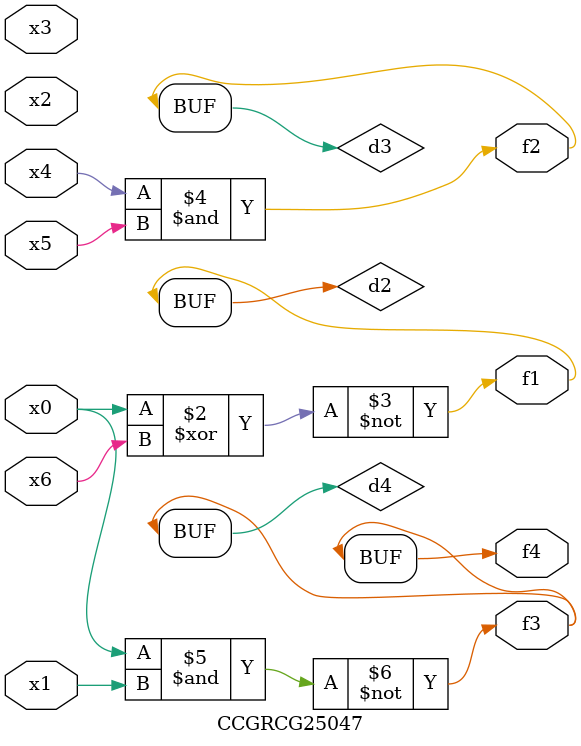
<source format=v>
module CCGRCG25047(
	input x0, x1, x2, x3, x4, x5, x6,
	output f1, f2, f3, f4
);

	wire d1, d2, d3, d4;

	nor (d1, x0);
	xnor (d2, x0, x6);
	and (d3, x4, x5);
	nand (d4, x0, x1);
	assign f1 = d2;
	assign f2 = d3;
	assign f3 = d4;
	assign f4 = d4;
endmodule

</source>
